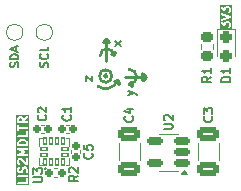
<source format=gbr>
%TF.GenerationSoftware,KiCad,Pcbnew,9.0.0*%
%TF.CreationDate,2025-05-22T16:29:36+04:00*%
%TF.ProjectId,02_05_sensor_magnetometer_LIS2MDLTR,30325f30-355f-4736-956e-736f725f6d61,rev?*%
%TF.SameCoordinates,Original*%
%TF.FileFunction,Legend,Top*%
%TF.FilePolarity,Positive*%
%FSLAX46Y46*%
G04 Gerber Fmt 4.6, Leading zero omitted, Abs format (unit mm)*
G04 Created by KiCad (PCBNEW 9.0.0) date 2025-05-22 16:29:36*
%MOMM*%
%LPD*%
G01*
G04 APERTURE LIST*
G04 Aperture macros list*
%AMRoundRect*
0 Rectangle with rounded corners*
0 $1 Rounding radius*
0 $2 $3 $4 $5 $6 $7 $8 $9 X,Y pos of 4 corners*
0 Add a 4 corners polygon primitive as box body*
4,1,4,$2,$3,$4,$5,$6,$7,$8,$9,$2,$3,0*
0 Add four circle primitives for the rounded corners*
1,1,$1+$1,$2,$3*
1,1,$1+$1,$4,$5*
1,1,$1+$1,$6,$7*
1,1,$1+$1,$8,$9*
0 Add four rect primitives between the rounded corners*
20,1,$1+$1,$2,$3,$4,$5,0*
20,1,$1+$1,$4,$5,$6,$7,0*
20,1,$1+$1,$6,$7,$8,$9,0*
20,1,$1+$1,$8,$9,$2,$3,0*%
G04 Aperture macros list end*
%ADD10C,0.150000*%
%ADD11C,0.254000*%
%ADD12C,0.190500*%
%ADD13C,0.175000*%
%ADD14C,0.120000*%
%ADD15C,0.100000*%
%ADD16C,0.059995*%
%ADD17C,0.150013*%
%ADD18C,0.000000*%
%ADD19RoundRect,0.101600X0.175000X0.725000X-0.175000X0.725000X-0.175000X-0.725000X0.175000X-0.725000X0*%
%ADD20C,0.657200*%
%ADD21RoundRect,0.225000X-0.300000X0.225000X-0.300000X-0.225000X0.300000X-0.225000X0.300000X0.225000X0*%
%ADD22RoundRect,0.165000X0.195000X-0.165000X0.195000X0.165000X-0.195000X0.165000X-0.195000X-0.165000X0*%
%ADD23RoundRect,0.243750X-0.281250X0.243750X-0.281250X-0.243750X0.281250X-0.243750X0.281250X0.243750X0*%
%ADD24RoundRect,0.160000X-0.160000X-0.210000X0.160000X-0.210000X0.160000X0.210000X-0.160000X0.210000X0*%
%ADD25C,1.100000*%
%ADD26RoundRect,0.175000X0.537500X0.175000X-0.537500X0.175000X-0.537500X-0.175000X0.537500X-0.175000X0*%
%ADD27RoundRect,0.165000X0.165000X0.195000X-0.165000X0.195000X-0.165000X-0.195000X0.165000X-0.195000X0*%
%ADD28RoundRect,0.271739X0.678261X-0.353261X0.678261X0.353261X-0.678261X0.353261X-0.678261X-0.353261X0*%
%ADD29RoundRect,0.165000X-0.165000X-0.195000X0.165000X-0.195000X0.165000X0.195000X-0.165000X0.195000X0*%
%ADD30RoundRect,0.050000X-0.140005X-0.250000X0.140005X-0.250000X0.140005X0.250000X-0.140005X0.250000X0*%
%ADD31RoundRect,0.050000X-0.250000X-0.140005X0.250000X-0.140005X0.250000X0.140005X-0.250000X0.140005X0*%
G04 APERTURE END LIST*
D10*
G36*
X158268811Y-94418004D02*
G01*
X157263255Y-94418004D01*
X157263255Y-93833333D01*
X157341033Y-93833333D01*
X157341033Y-94266667D01*
X157342474Y-94281299D01*
X157353673Y-94308335D01*
X157374365Y-94329027D01*
X157401401Y-94340226D01*
X157430665Y-94340226D01*
X157457701Y-94329027D01*
X157478393Y-94308335D01*
X157489592Y-94281299D01*
X157491033Y-94266667D01*
X157491033Y-93998615D01*
X157633312Y-94123110D01*
X157639636Y-94127631D01*
X157641032Y-94129027D01*
X157642355Y-94129575D01*
X157645273Y-94131661D01*
X157656810Y-94135562D01*
X157668068Y-94140226D01*
X157670599Y-94140226D01*
X157672994Y-94141036D01*
X157685147Y-94140226D01*
X157697332Y-94140226D01*
X157699668Y-94139258D01*
X157702192Y-94139090D01*
X157713117Y-94133687D01*
X157724368Y-94129027D01*
X157726154Y-94127240D01*
X157728424Y-94126118D01*
X157736449Y-94116945D01*
X157745060Y-94108335D01*
X157746028Y-94105998D01*
X157747694Y-94104094D01*
X157751595Y-94092556D01*
X157756259Y-94081299D01*
X157756610Y-94077728D01*
X157757069Y-94076373D01*
X157756937Y-94074405D01*
X157757700Y-94066667D01*
X157757700Y-93984371D01*
X157777671Y-93944427D01*
X157793793Y-93928305D01*
X157833738Y-93908333D01*
X157964994Y-93908333D01*
X158004940Y-93928306D01*
X158021061Y-93944427D01*
X158041033Y-93984371D01*
X158041033Y-94148962D01*
X158021061Y-94188906D01*
X157996333Y-94213634D01*
X157987006Y-94224999D01*
X157975807Y-94252036D01*
X157975807Y-94281298D01*
X157987006Y-94308335D01*
X158007698Y-94329027D01*
X158034735Y-94340226D01*
X158063997Y-94340226D01*
X158091034Y-94329027D01*
X158102399Y-94319700D01*
X158135733Y-94286366D01*
X158140451Y-94280616D01*
X158141950Y-94279317D01*
X158143371Y-94277057D01*
X158145060Y-94275001D01*
X158145817Y-94273173D01*
X158149782Y-94266874D01*
X158183115Y-94200208D01*
X158188370Y-94186476D01*
X158188560Y-94183788D01*
X158189592Y-94181299D01*
X158191033Y-94166667D01*
X158191033Y-93966667D01*
X158189592Y-93952035D01*
X158188560Y-93949545D01*
X158188370Y-93946858D01*
X158183115Y-93933127D01*
X158149782Y-93866459D01*
X158145817Y-93860161D01*
X158145060Y-93858332D01*
X158143369Y-93856272D01*
X158141950Y-93854017D01*
X158140453Y-93852719D01*
X158135732Y-93846966D01*
X158102398Y-93813633D01*
X158096646Y-93808912D01*
X158095350Y-93807418D01*
X158093095Y-93805998D01*
X158091033Y-93804306D01*
X158089202Y-93803548D01*
X158082908Y-93799585D01*
X158016242Y-93766251D01*
X158002510Y-93760996D01*
X157999820Y-93760804D01*
X157997332Y-93759774D01*
X157982700Y-93758333D01*
X157816033Y-93758333D01*
X157801401Y-93759774D01*
X157798912Y-93760804D01*
X157796223Y-93760996D01*
X157782491Y-93766251D01*
X157715825Y-93799585D01*
X157709528Y-93803548D01*
X157707698Y-93804307D01*
X157705636Y-93805998D01*
X157703382Y-93807418D01*
X157702085Y-93808913D01*
X157696333Y-93813634D01*
X157663000Y-93846967D01*
X157658281Y-93852716D01*
X157656783Y-93854016D01*
X157655361Y-93856275D01*
X157653673Y-93858332D01*
X157652915Y-93860159D01*
X157648951Y-93866459D01*
X157624248Y-93915864D01*
X157465421Y-93776890D01*
X157459096Y-93772368D01*
X157457701Y-93770973D01*
X157456377Y-93770424D01*
X157453460Y-93768339D01*
X157441922Y-93764437D01*
X157430665Y-93759774D01*
X157428134Y-93759774D01*
X157425739Y-93758964D01*
X157413586Y-93759774D01*
X157401401Y-93759774D01*
X157399064Y-93760741D01*
X157396541Y-93760910D01*
X157385615Y-93766312D01*
X157374365Y-93770973D01*
X157372578Y-93772759D01*
X157370309Y-93773882D01*
X157362283Y-93783054D01*
X157353673Y-93791665D01*
X157352704Y-93794001D01*
X157351039Y-93795906D01*
X157347137Y-93807443D01*
X157342474Y-93818701D01*
X157342122Y-93822271D01*
X157341664Y-93823627D01*
X157341795Y-93825594D01*
X157341033Y-93833333D01*
X157263255Y-93833333D01*
X157263255Y-93157286D01*
X157341622Y-93157286D01*
X157343697Y-93186476D01*
X157356783Y-93212649D01*
X157378890Y-93231823D01*
X157392316Y-93237817D01*
X157878863Y-93399999D01*
X157392316Y-93562182D01*
X157378890Y-93568176D01*
X157356783Y-93587350D01*
X157343697Y-93613523D01*
X157341622Y-93642713D01*
X157350876Y-93670476D01*
X157370050Y-93692583D01*
X157396223Y-93705669D01*
X157425413Y-93707744D01*
X157439750Y-93704484D01*
X158139750Y-93471151D01*
X158153176Y-93465157D01*
X158157224Y-93461645D01*
X158162016Y-93459250D01*
X158168178Y-93452145D01*
X158175283Y-93445983D01*
X158177679Y-93441190D01*
X158181190Y-93437143D01*
X158184163Y-93428223D01*
X158188370Y-93419810D01*
X158188750Y-93414461D01*
X158190444Y-93409380D01*
X158189777Y-93400007D01*
X158190445Y-93390620D01*
X158188748Y-93385531D01*
X158188369Y-93380190D01*
X158184165Y-93371782D01*
X158181190Y-93362857D01*
X158177678Y-93358808D01*
X158175283Y-93354017D01*
X158168180Y-93347857D01*
X158162017Y-93340750D01*
X158157222Y-93338352D01*
X158153176Y-93334843D01*
X158139750Y-93328849D01*
X157439750Y-93095515D01*
X157425413Y-93092255D01*
X157396223Y-93094330D01*
X157370050Y-93107416D01*
X157350876Y-93129523D01*
X157341622Y-93157286D01*
X157263255Y-93157286D01*
X157263255Y-92566666D01*
X157341033Y-92566666D01*
X157341033Y-93000000D01*
X157342474Y-93014632D01*
X157353673Y-93041668D01*
X157374365Y-93062360D01*
X157401401Y-93073559D01*
X157430665Y-93073559D01*
X157457701Y-93062360D01*
X157478393Y-93041668D01*
X157489592Y-93014632D01*
X157491033Y-93000000D01*
X157491033Y-92731948D01*
X157633312Y-92856443D01*
X157639636Y-92860964D01*
X157641032Y-92862360D01*
X157642355Y-92862908D01*
X157645273Y-92864994D01*
X157656810Y-92868895D01*
X157668068Y-92873559D01*
X157670599Y-92873559D01*
X157672994Y-92874369D01*
X157685147Y-92873559D01*
X157697332Y-92873559D01*
X157699668Y-92872591D01*
X157702192Y-92872423D01*
X157713117Y-92867020D01*
X157724368Y-92862360D01*
X157726154Y-92860573D01*
X157728424Y-92859451D01*
X157736449Y-92850278D01*
X157745060Y-92841668D01*
X157746028Y-92839331D01*
X157747694Y-92837427D01*
X157751595Y-92825889D01*
X157756259Y-92814632D01*
X157756610Y-92811061D01*
X157757069Y-92809706D01*
X157756937Y-92807738D01*
X157757700Y-92800000D01*
X157757700Y-92717704D01*
X157777671Y-92677760D01*
X157793793Y-92661638D01*
X157833738Y-92641666D01*
X157964994Y-92641666D01*
X158004940Y-92661639D01*
X158021061Y-92677760D01*
X158041033Y-92717704D01*
X158041033Y-92882295D01*
X158021061Y-92922239D01*
X157996333Y-92946967D01*
X157987006Y-92958332D01*
X157975807Y-92985369D01*
X157975807Y-93014631D01*
X157987006Y-93041668D01*
X158007698Y-93062360D01*
X158034735Y-93073559D01*
X158063997Y-93073559D01*
X158091034Y-93062360D01*
X158102399Y-93053033D01*
X158135733Y-93019699D01*
X158140451Y-93013949D01*
X158141950Y-93012650D01*
X158143371Y-93010390D01*
X158145060Y-93008334D01*
X158145817Y-93006506D01*
X158149782Y-93000207D01*
X158183115Y-92933541D01*
X158188370Y-92919809D01*
X158188560Y-92917121D01*
X158189592Y-92914632D01*
X158191033Y-92900000D01*
X158191033Y-92700000D01*
X158189592Y-92685368D01*
X158188560Y-92682878D01*
X158188370Y-92680191D01*
X158183115Y-92666460D01*
X158149782Y-92599792D01*
X158145817Y-92593494D01*
X158145060Y-92591665D01*
X158143369Y-92589605D01*
X158141950Y-92587350D01*
X158140453Y-92586052D01*
X158135732Y-92580299D01*
X158102398Y-92546966D01*
X158096646Y-92542245D01*
X158095350Y-92540751D01*
X158093095Y-92539331D01*
X158091033Y-92537639D01*
X158089202Y-92536881D01*
X158082908Y-92532918D01*
X158016242Y-92499584D01*
X158002510Y-92494329D01*
X157999820Y-92494137D01*
X157997332Y-92493107D01*
X157982700Y-92491666D01*
X157816033Y-92491666D01*
X157801401Y-92493107D01*
X157798912Y-92494137D01*
X157796223Y-92494329D01*
X157782491Y-92499584D01*
X157715825Y-92532918D01*
X157709528Y-92536881D01*
X157707698Y-92537640D01*
X157705636Y-92539331D01*
X157703382Y-92540751D01*
X157702085Y-92542246D01*
X157696333Y-92546967D01*
X157663000Y-92580300D01*
X157658281Y-92586049D01*
X157656783Y-92587349D01*
X157655361Y-92589608D01*
X157653673Y-92591665D01*
X157652915Y-92593492D01*
X157648951Y-92599792D01*
X157624248Y-92649197D01*
X157465421Y-92510223D01*
X157459096Y-92505701D01*
X157457701Y-92504306D01*
X157456377Y-92503757D01*
X157453460Y-92501672D01*
X157441922Y-92497770D01*
X157430665Y-92493107D01*
X157428134Y-92493107D01*
X157425739Y-92492297D01*
X157413586Y-92493107D01*
X157401401Y-92493107D01*
X157399064Y-92494074D01*
X157396541Y-92494243D01*
X157385615Y-92499645D01*
X157374365Y-92504306D01*
X157372578Y-92506092D01*
X157370309Y-92507215D01*
X157362283Y-92516387D01*
X157353673Y-92524998D01*
X157352704Y-92527334D01*
X157351039Y-92529239D01*
X157347137Y-92540776D01*
X157342474Y-92552034D01*
X157342122Y-92555604D01*
X157341664Y-92556960D01*
X157341795Y-92558927D01*
X157341033Y-92566666D01*
X157263255Y-92566666D01*
X157263255Y-92413888D01*
X158268811Y-92413888D01*
X158268811Y-94418004D01*
G37*
D11*
X149711200Y-98863625D02*
X149838200Y-99219225D01*
X147727000Y-98400000D02*
G75*
G02*
X147473000Y-98400000I-127000J0D01*
G01*
X147473000Y-98400000D02*
G75*
G02*
X147727000Y-98400000I127000J0D01*
G01*
X150981200Y-98457225D02*
X150727200Y-98711225D01*
X148282625Y-96660100D02*
X148028625Y-96533100D01*
X148565200Y-98854025D02*
G75*
G02*
X146952290Y-99260439I-976975J473525D01*
G01*
X148409625Y-96406100D02*
X148028625Y-96533100D01*
X150981200Y-98457225D02*
X150727200Y-98203225D01*
X148336600Y-98850850D02*
X148692200Y-99057225D01*
X148282625Y-96660100D02*
X148409625Y-96406100D01*
X147647625Y-95263100D02*
X147901625Y-95517100D01*
X147647625Y-95263100D02*
X147647625Y-97168100D01*
X147139625Y-96660100D02*
G75*
G02*
X148282625Y-96660100I571500J-16D01*
G01*
X148644575Y-98723850D02*
X148336600Y-98850850D01*
X147901625Y-95517100D02*
X147393625Y-95517100D01*
X148133400Y-98400000D02*
G75*
G02*
X147066600Y-98400000I-533400J0D01*
G01*
X147066600Y-98400000D02*
G75*
G02*
X148133400Y-98400000I533400J0D01*
G01*
X148644575Y-98723850D02*
X148692200Y-99057225D01*
X149584200Y-97822225D02*
G75*
G02*
X149584200Y-99092175I25J-634975D01*
G01*
X149584200Y-99092225D02*
X149838200Y-99219225D01*
X149584200Y-99092225D02*
X149711200Y-98863625D01*
X147647625Y-95263100D02*
X147393625Y-95517100D01*
X150981200Y-98457225D02*
X149203200Y-98457225D01*
X150701800Y-98177825D02*
X150701800Y-98736625D01*
D12*
X149451055Y-100017611D02*
X149984389Y-99827135D01*
X149451055Y-99636658D02*
X149984389Y-99827135D01*
X149984389Y-99827135D02*
X150174865Y-99903325D01*
X150174865Y-99903325D02*
X150212960Y-99941420D01*
X150212960Y-99941420D02*
X150251055Y-100017611D01*
D13*
G36*
X140728751Y-103925414D02*
G01*
X140778890Y-103950483D01*
X140825671Y-103997264D01*
X140850364Y-104071341D01*
X140850364Y-104148213D01*
X140275364Y-104148213D01*
X140275364Y-104071341D01*
X140300055Y-103997265D01*
X140346840Y-103950481D01*
X140396971Y-103925415D01*
X140520062Y-103894642D01*
X140605661Y-103894642D01*
X140728751Y-103925414D01*
G37*
G36*
X140457459Y-101986195D02*
G01*
X140473094Y-102001829D01*
X140493221Y-102042083D01*
X140493221Y-102219641D01*
X140275364Y-102219641D01*
X140275364Y-102042083D01*
X140295491Y-102001828D01*
X140311122Y-101986197D01*
X140351378Y-101966070D01*
X140417209Y-101966070D01*
X140457459Y-101986195D01*
G37*
G36*
X141112864Y-107660714D02*
G01*
X140012864Y-107660714D01*
X140012864Y-107468644D01*
X140102045Y-107468644D01*
X140102045Y-107502784D01*
X140115110Y-107534326D01*
X140139252Y-107558468D01*
X140170794Y-107571533D01*
X140187864Y-107573214D01*
X140937864Y-107573214D01*
X140954934Y-107571533D01*
X140986476Y-107558468D01*
X141010618Y-107534326D01*
X141023683Y-107502784D01*
X141025364Y-107485714D01*
X141025364Y-107128571D01*
X141023683Y-107111501D01*
X141010618Y-107079959D01*
X140986476Y-107055817D01*
X140954934Y-107042752D01*
X140920794Y-107042752D01*
X140889252Y-107055817D01*
X140865110Y-107079959D01*
X140852045Y-107111501D01*
X140850364Y-107128571D01*
X140850364Y-107398214D01*
X140187864Y-107398214D01*
X140170794Y-107399895D01*
X140139252Y-107412960D01*
X140115110Y-107437102D01*
X140102045Y-107468644D01*
X140012864Y-107468644D01*
X140012864Y-106861501D01*
X140102045Y-106861501D01*
X140102045Y-106895641D01*
X140115110Y-106927183D01*
X140139252Y-106951325D01*
X140170794Y-106964390D01*
X140187864Y-106966071D01*
X140937864Y-106966071D01*
X140954934Y-106964390D01*
X140986476Y-106951325D01*
X141010618Y-106927183D01*
X141023683Y-106895641D01*
X141023683Y-106861501D01*
X141010618Y-106829959D01*
X140986476Y-106805817D01*
X140954934Y-106792752D01*
X140937864Y-106791071D01*
X140187864Y-106791071D01*
X140170794Y-106792752D01*
X140139252Y-106805817D01*
X140115110Y-106829959D01*
X140102045Y-106861501D01*
X140012864Y-106861501D01*
X140012864Y-106235714D01*
X140100364Y-106235714D01*
X140100364Y-106414285D01*
X140102045Y-106431355D01*
X140103248Y-106434259D01*
X140103471Y-106437396D01*
X140109601Y-106453416D01*
X140145315Y-106524845D01*
X140149938Y-106532190D01*
X140150824Y-106534327D01*
X140152798Y-106536732D01*
X140154453Y-106539361D01*
X140156196Y-106540873D01*
X140161706Y-106547586D01*
X140197420Y-106583300D01*
X140204130Y-106588807D01*
X140205645Y-106590553D01*
X140208277Y-106592210D01*
X140210679Y-106594181D01*
X140212811Y-106595064D01*
X140220161Y-106599691D01*
X140291590Y-106635405D01*
X140307610Y-106641535D01*
X140310746Y-106641757D01*
X140313651Y-106642961D01*
X140330721Y-106644642D01*
X140402150Y-106644642D01*
X140419220Y-106642961D01*
X140422124Y-106641757D01*
X140425262Y-106641535D01*
X140441281Y-106635404D01*
X140512709Y-106599690D01*
X140520052Y-106595067D01*
X140522191Y-106594182D01*
X140524597Y-106592206D01*
X140527225Y-106590553D01*
X140528737Y-106588809D01*
X140535450Y-106583300D01*
X140571164Y-106547586D01*
X140576668Y-106540878D01*
X140578417Y-106539362D01*
X140580076Y-106536726D01*
X140582045Y-106534327D01*
X140582928Y-106532195D01*
X140587554Y-106524846D01*
X140623269Y-106453417D01*
X140623747Y-106452167D01*
X140624124Y-106451659D01*
X140626685Y-106444490D01*
X140629400Y-106437397D01*
X140629444Y-106436767D01*
X140629895Y-106435507D01*
X140663280Y-106301964D01*
X140688346Y-106251833D01*
X140703983Y-106236196D01*
X140744233Y-106216071D01*
X140774352Y-106216071D01*
X140814602Y-106236196D01*
X140830239Y-106251833D01*
X140850364Y-106292083D01*
X140850364Y-106435800D01*
X140819140Y-106529472D01*
X140815337Y-106546198D01*
X140817757Y-106580253D01*
X140833026Y-106610790D01*
X140858818Y-106633159D01*
X140891206Y-106643955D01*
X140925261Y-106641535D01*
X140955798Y-106626266D01*
X140978167Y-106600474D01*
X140985160Y-106584812D01*
X141020874Y-106477670D01*
X141022798Y-106469204D01*
X141023683Y-106467070D01*
X141023987Y-106463975D01*
X141024677Y-106460944D01*
X141024513Y-106458639D01*
X141025364Y-106450000D01*
X141025364Y-106271428D01*
X141023683Y-106254358D01*
X141022479Y-106251453D01*
X141022257Y-106248317D01*
X141016126Y-106232297D01*
X140980412Y-106160869D01*
X140975789Y-106153525D01*
X140974904Y-106151387D01*
X140972928Y-106148980D01*
X140971275Y-106146353D01*
X140969531Y-106144840D01*
X140964022Y-106138128D01*
X140928307Y-106102413D01*
X140921594Y-106096903D01*
X140920082Y-106095160D01*
X140917454Y-106093506D01*
X140915048Y-106091531D01*
X140912909Y-106090645D01*
X140905566Y-106086023D01*
X140834138Y-106050309D01*
X140818119Y-106044178D01*
X140814981Y-106043955D01*
X140812077Y-106042752D01*
X140795007Y-106041071D01*
X140723578Y-106041071D01*
X140706508Y-106042752D01*
X140703603Y-106043955D01*
X140700467Y-106044178D01*
X140684447Y-106050309D01*
X140613019Y-106086023D01*
X140605675Y-106090645D01*
X140603537Y-106091531D01*
X140601130Y-106093506D01*
X140598503Y-106095160D01*
X140596990Y-106096903D01*
X140590278Y-106102413D01*
X140554563Y-106138128D01*
X140549053Y-106144840D01*
X140547310Y-106146353D01*
X140545656Y-106148980D01*
X140543681Y-106151387D01*
X140542795Y-106153525D01*
X140538173Y-106160869D01*
X140502459Y-106232297D01*
X140501982Y-106233542D01*
X140501604Y-106234053D01*
X140499043Y-106241219D01*
X140496328Y-106248316D01*
X140496283Y-106248948D01*
X140495834Y-106250206D01*
X140462447Y-106383748D01*
X140437380Y-106433881D01*
X140421745Y-106449517D01*
X140381495Y-106469642D01*
X140351378Y-106469642D01*
X140311122Y-106449514D01*
X140295491Y-106433883D01*
X140275364Y-106393628D01*
X140275364Y-106249913D01*
X140306588Y-106156240D01*
X140310391Y-106139515D01*
X140307971Y-106105460D01*
X140292702Y-106074922D01*
X140266910Y-106052553D01*
X140234522Y-106041757D01*
X140200467Y-106044178D01*
X140169930Y-106059446D01*
X140147561Y-106085238D01*
X140140568Y-106100901D01*
X140104854Y-106208044D01*
X140102929Y-106216509D01*
X140102045Y-106218644D01*
X140101740Y-106221738D01*
X140101051Y-106224770D01*
X140101214Y-106227074D01*
X140100364Y-106235714D01*
X140012864Y-106235714D01*
X140012864Y-105557142D01*
X140100364Y-105557142D01*
X140100364Y-105735714D01*
X140102045Y-105752784D01*
X140103248Y-105755688D01*
X140103471Y-105758826D01*
X140109602Y-105774845D01*
X140145316Y-105846273D01*
X140149938Y-105853616D01*
X140150824Y-105855755D01*
X140152799Y-105858161D01*
X140154453Y-105860789D01*
X140156196Y-105862301D01*
X140161706Y-105869014D01*
X140197420Y-105904728D01*
X140210679Y-105915609D01*
X140242221Y-105928675D01*
X140276363Y-105928675D01*
X140307905Y-105915609D01*
X140332045Y-105891469D01*
X140345111Y-105859927D01*
X140345111Y-105825785D01*
X140332045Y-105794243D01*
X140321164Y-105780984D01*
X140295489Y-105755309D01*
X140275364Y-105715059D01*
X140275364Y-105577797D01*
X140295489Y-105537546D01*
X140311123Y-105521911D01*
X140351378Y-105501785D01*
X140387950Y-105501785D01*
X140462026Y-105526477D01*
X140875992Y-105940443D01*
X140889251Y-105951324D01*
X140889252Y-105951325D01*
X140920794Y-105964390D01*
X140954934Y-105964390D01*
X140986476Y-105951325D01*
X141010618Y-105927183D01*
X141023683Y-105895641D01*
X141025364Y-105878571D01*
X141025364Y-105414285D01*
X141023683Y-105397215D01*
X141010618Y-105365673D01*
X140986476Y-105341531D01*
X140954934Y-105328466D01*
X140920794Y-105328466D01*
X140889252Y-105341531D01*
X140865110Y-105365673D01*
X140852045Y-105397215D01*
X140850364Y-105414285D01*
X140850364Y-105667327D01*
X140571164Y-105388127D01*
X140557905Y-105377245D01*
X140554999Y-105376041D01*
X140552625Y-105373982D01*
X140536962Y-105366989D01*
X140429820Y-105331275D01*
X140421354Y-105329350D01*
X140419220Y-105328466D01*
X140416125Y-105328161D01*
X140413094Y-105327472D01*
X140410789Y-105327635D01*
X140402150Y-105326785D01*
X140330721Y-105326785D01*
X140313651Y-105328466D01*
X140310746Y-105329669D01*
X140307610Y-105329892D01*
X140291590Y-105336022D01*
X140220161Y-105371736D01*
X140212813Y-105376361D01*
X140210678Y-105377246D01*
X140208274Y-105379218D01*
X140205645Y-105380874D01*
X140204131Y-105382618D01*
X140197419Y-105388128D01*
X140161705Y-105423843D01*
X140156198Y-105430553D01*
X140154453Y-105432067D01*
X140152797Y-105434697D01*
X140150824Y-105437102D01*
X140149939Y-105439238D01*
X140145316Y-105446583D01*
X140109602Y-105518011D01*
X140103471Y-105534030D01*
X140103248Y-105537167D01*
X140102045Y-105540072D01*
X140100364Y-105557142D01*
X140012864Y-105557142D01*
X140012864Y-104606141D01*
X140101378Y-104606141D01*
X140102045Y-104607975D01*
X140102045Y-104609926D01*
X140107856Y-104623956D01*
X140113046Y-104638227D01*
X140114363Y-104639665D01*
X140115110Y-104641468D01*
X140125847Y-104652205D01*
X140136104Y-104663405D01*
X140138417Y-104664775D01*
X140139252Y-104665610D01*
X140141162Y-104666401D01*
X140150862Y-104672147D01*
X140516666Y-104842856D01*
X140150862Y-105013565D01*
X140141162Y-105019310D01*
X140139252Y-105020102D01*
X140138417Y-105020936D01*
X140136104Y-105022307D01*
X140125847Y-105033506D01*
X140115110Y-105044244D01*
X140114363Y-105046046D01*
X140113046Y-105047485D01*
X140107856Y-105061755D01*
X140102045Y-105075786D01*
X140102045Y-105077736D01*
X140101378Y-105079571D01*
X140102045Y-105094737D01*
X140102045Y-105109926D01*
X140102792Y-105111730D01*
X140102878Y-105113679D01*
X140109297Y-105127435D01*
X140115110Y-105141468D01*
X140116489Y-105142847D01*
X140117315Y-105144616D01*
X140128514Y-105154872D01*
X140139252Y-105165610D01*
X140141054Y-105166356D01*
X140142493Y-105167674D01*
X140156763Y-105172863D01*
X140170794Y-105178675D01*
X140173469Y-105178938D01*
X140174579Y-105179342D01*
X140176644Y-105179251D01*
X140187864Y-105180356D01*
X140937864Y-105180356D01*
X140954934Y-105178675D01*
X140986476Y-105165610D01*
X141010618Y-105141468D01*
X141023683Y-105109926D01*
X141023683Y-105075786D01*
X141010618Y-105044244D01*
X140986476Y-105020102D01*
X140954934Y-105007037D01*
X140937864Y-105005356D01*
X140582275Y-105005356D01*
X140760580Y-104922147D01*
X140766830Y-104918444D01*
X140768949Y-104917674D01*
X140770446Y-104916302D01*
X140775338Y-104913405D01*
X140784319Y-104903597D01*
X140794127Y-104894616D01*
X140795770Y-104891093D01*
X140798396Y-104888227D01*
X140802939Y-104875731D01*
X140808564Y-104863679D01*
X140808734Y-104859793D01*
X140810063Y-104856141D01*
X140809479Y-104842856D01*
X140810063Y-104829571D01*
X140808734Y-104825918D01*
X140808564Y-104822033D01*
X140802939Y-104809980D01*
X140798396Y-104797485D01*
X140795770Y-104794618D01*
X140794127Y-104791096D01*
X140784319Y-104782114D01*
X140775338Y-104772307D01*
X140770446Y-104769409D01*
X140768949Y-104768038D01*
X140766830Y-104767267D01*
X140760580Y-104763565D01*
X140582275Y-104680356D01*
X140937864Y-104680356D01*
X140954934Y-104678675D01*
X140986476Y-104665610D01*
X141010618Y-104641468D01*
X141023683Y-104609926D01*
X141023683Y-104575786D01*
X141010618Y-104544244D01*
X140986476Y-104520102D01*
X140954934Y-104507037D01*
X140937864Y-104505356D01*
X140187864Y-104505356D01*
X140176644Y-104506460D01*
X140174579Y-104506370D01*
X140173469Y-104506773D01*
X140170794Y-104507037D01*
X140156763Y-104512848D01*
X140142493Y-104518038D01*
X140141054Y-104519355D01*
X140139252Y-104520102D01*
X140128514Y-104530839D01*
X140117315Y-104541096D01*
X140116489Y-104542864D01*
X140115110Y-104544244D01*
X140109297Y-104558276D01*
X140102878Y-104572033D01*
X140102792Y-104573981D01*
X140102045Y-104575786D01*
X140102045Y-104590974D01*
X140101378Y-104606141D01*
X140012864Y-104606141D01*
X140012864Y-104057142D01*
X140100364Y-104057142D01*
X140100364Y-104235713D01*
X140102045Y-104252783D01*
X140115110Y-104284325D01*
X140139252Y-104308467D01*
X140170794Y-104321532D01*
X140187864Y-104323213D01*
X140937864Y-104323213D01*
X140954934Y-104321532D01*
X140986476Y-104308467D01*
X141010618Y-104284325D01*
X141023683Y-104252783D01*
X141025364Y-104235713D01*
X141025364Y-104057142D01*
X141024513Y-104048502D01*
X141024677Y-104046198D01*
X141023987Y-104043166D01*
X141023683Y-104040072D01*
X141022798Y-104037936D01*
X141020874Y-104029473D01*
X140985160Y-103922329D01*
X140978167Y-103906667D01*
X140976108Y-103904293D01*
X140974904Y-103901386D01*
X140964022Y-103888127D01*
X140892593Y-103816698D01*
X140885880Y-103811188D01*
X140884368Y-103809445D01*
X140881739Y-103807790D01*
X140879334Y-103805816D01*
X140877197Y-103804930D01*
X140869852Y-103800307D01*
X140798423Y-103764593D01*
X140797175Y-103764115D01*
X140796667Y-103763739D01*
X140789509Y-103761182D01*
X140782403Y-103758463D01*
X140781771Y-103758418D01*
X140780514Y-103757969D01*
X140637657Y-103722254D01*
X140634695Y-103721816D01*
X140633505Y-103721323D01*
X140627085Y-103720690D01*
X140620689Y-103719745D01*
X140619411Y-103719935D01*
X140616435Y-103719642D01*
X140509292Y-103719642D01*
X140506316Y-103719935D01*
X140505039Y-103719745D01*
X140498644Y-103720690D01*
X140492222Y-103721323D01*
X140491031Y-103721816D01*
X140488071Y-103722254D01*
X140345213Y-103757968D01*
X140343952Y-103758418D01*
X140343324Y-103758463D01*
X140336244Y-103761172D01*
X140329061Y-103763739D01*
X140328551Y-103764116D01*
X140327304Y-103764594D01*
X140255876Y-103800308D01*
X140248532Y-103804930D01*
X140246394Y-103805816D01*
X140243987Y-103807791D01*
X140241360Y-103809445D01*
X140239847Y-103811188D01*
X140233135Y-103816698D01*
X140161706Y-103888127D01*
X140150824Y-103901386D01*
X140149620Y-103904291D01*
X140147561Y-103906666D01*
X140140568Y-103922329D01*
X140104854Y-104029472D01*
X140102929Y-104037937D01*
X140102045Y-104040072D01*
X140101740Y-104043166D01*
X140101051Y-104046198D01*
X140101214Y-104048502D01*
X140100364Y-104057142D01*
X140012864Y-104057142D01*
X140012864Y-103468643D01*
X140102045Y-103468643D01*
X140102045Y-103502783D01*
X140115110Y-103534325D01*
X140139252Y-103558467D01*
X140170794Y-103571532D01*
X140187864Y-103573213D01*
X140937864Y-103573213D01*
X140954934Y-103571532D01*
X140986476Y-103558467D01*
X141010618Y-103534325D01*
X141023683Y-103502783D01*
X141025364Y-103485713D01*
X141025364Y-103128570D01*
X141023683Y-103111500D01*
X141010618Y-103079958D01*
X140986476Y-103055816D01*
X140954934Y-103042751D01*
X140920794Y-103042751D01*
X140889252Y-103055816D01*
X140865110Y-103079958D01*
X140852045Y-103111500D01*
X140850364Y-103128570D01*
X140850364Y-103398213D01*
X140187864Y-103398213D01*
X140170794Y-103399894D01*
X140139252Y-103412959D01*
X140115110Y-103437101D01*
X140102045Y-103468643D01*
X140012864Y-103468643D01*
X140012864Y-102557142D01*
X140100364Y-102557142D01*
X140100364Y-102985713D01*
X140102045Y-103002783D01*
X140115110Y-103034325D01*
X140139252Y-103058467D01*
X140170794Y-103071532D01*
X140204934Y-103071532D01*
X140236476Y-103058467D01*
X140260618Y-103034325D01*
X140273683Y-103002783D01*
X140275364Y-102985713D01*
X140275364Y-102858927D01*
X140937864Y-102858927D01*
X140954934Y-102857246D01*
X140986476Y-102844181D01*
X141010618Y-102820039D01*
X141023683Y-102788497D01*
X141023683Y-102754357D01*
X141010618Y-102722815D01*
X140986476Y-102698673D01*
X140954934Y-102685608D01*
X140937864Y-102683927D01*
X140275364Y-102683927D01*
X140275364Y-102557142D01*
X140273683Y-102540072D01*
X140260618Y-102508530D01*
X140236476Y-102484388D01*
X140204934Y-102471323D01*
X140170794Y-102471323D01*
X140139252Y-102484388D01*
X140115110Y-102508530D01*
X140102045Y-102540072D01*
X140100364Y-102557142D01*
X140012864Y-102557142D01*
X140012864Y-102021427D01*
X140100364Y-102021427D01*
X140100364Y-102307141D01*
X140102045Y-102324211D01*
X140115110Y-102355753D01*
X140139252Y-102379895D01*
X140170794Y-102392960D01*
X140187864Y-102394641D01*
X140937864Y-102394641D01*
X140954934Y-102392960D01*
X140986476Y-102379895D01*
X141010618Y-102355753D01*
X141023683Y-102324211D01*
X141023683Y-102290071D01*
X141010618Y-102258529D01*
X140986476Y-102234387D01*
X140954934Y-102221322D01*
X140937864Y-102219641D01*
X140668221Y-102219641D01*
X140668221Y-102174127D01*
X140988042Y-101950253D01*
X141001063Y-101939086D01*
X141019411Y-101910295D01*
X141025344Y-101876673D01*
X141017959Y-101843340D01*
X140998381Y-101815371D01*
X140969590Y-101797024D01*
X140935967Y-101791090D01*
X140902635Y-101798475D01*
X140887686Y-101806887D01*
X140653310Y-101970949D01*
X140623270Y-101910867D01*
X140618644Y-101903519D01*
X140617760Y-101901384D01*
X140615787Y-101898980D01*
X140614132Y-101896351D01*
X140612387Y-101894837D01*
X140606878Y-101888125D01*
X140571163Y-101852411D01*
X140564452Y-101846904D01*
X140562939Y-101845159D01*
X140560308Y-101843503D01*
X140557904Y-101841530D01*
X140555767Y-101840645D01*
X140548423Y-101836022D01*
X140476995Y-101800308D01*
X140460976Y-101794177D01*
X140457838Y-101793954D01*
X140454934Y-101792751D01*
X140437864Y-101791070D01*
X140330721Y-101791070D01*
X140313651Y-101792751D01*
X140310746Y-101793954D01*
X140307610Y-101794177D01*
X140291590Y-101800307D01*
X140220161Y-101836021D01*
X140212811Y-101840647D01*
X140210679Y-101841531D01*
X140208277Y-101843501D01*
X140205645Y-101845159D01*
X140204130Y-101846904D01*
X140197420Y-101852412D01*
X140161706Y-101888126D01*
X140156196Y-101894838D01*
X140154453Y-101896351D01*
X140152798Y-101898979D01*
X140150824Y-101901385D01*
X140149938Y-101903521D01*
X140145315Y-101910867D01*
X140109601Y-101982296D01*
X140103471Y-101998316D01*
X140103248Y-102001452D01*
X140102045Y-102004357D01*
X140100364Y-102021427D01*
X140012864Y-102021427D01*
X140012864Y-101703570D01*
X141112864Y-101703570D01*
X141112864Y-107660714D01*
G37*
D12*
X145951055Y-98817611D02*
X145951055Y-98398563D01*
X145951055Y-98398563D02*
X146484389Y-98817611D01*
X146484389Y-98817611D02*
X146484389Y-98398563D01*
X148892189Y-95860386D02*
X148358855Y-95441338D01*
X148358855Y-95860386D02*
X148892189Y-95441338D01*
D13*
X156537864Y-98450000D02*
X156180721Y-98700000D01*
X156537864Y-98878571D02*
X155787864Y-98878571D01*
X155787864Y-98878571D02*
X155787864Y-98592857D01*
X155787864Y-98592857D02*
X155823578Y-98521428D01*
X155823578Y-98521428D02*
X155859292Y-98485714D01*
X155859292Y-98485714D02*
X155930721Y-98450000D01*
X155930721Y-98450000D02*
X156037864Y-98450000D01*
X156037864Y-98450000D02*
X156109292Y-98485714D01*
X156109292Y-98485714D02*
X156145007Y-98521428D01*
X156145007Y-98521428D02*
X156180721Y-98592857D01*
X156180721Y-98592857D02*
X156180721Y-98878571D01*
X156537864Y-97735714D02*
X156537864Y-98164285D01*
X156537864Y-97950000D02*
X155787864Y-97950000D01*
X155787864Y-97950000D02*
X155895007Y-98021428D01*
X155895007Y-98021428D02*
X155966435Y-98092857D01*
X155966435Y-98092857D02*
X156002150Y-98164285D01*
X146416499Y-104929093D02*
X146452214Y-104964807D01*
X146452214Y-104964807D02*
X146487928Y-105071950D01*
X146487928Y-105071950D02*
X146487928Y-105143378D01*
X146487928Y-105143378D02*
X146452214Y-105250521D01*
X146452214Y-105250521D02*
X146380785Y-105321950D01*
X146380785Y-105321950D02*
X146309356Y-105357664D01*
X146309356Y-105357664D02*
X146166499Y-105393378D01*
X146166499Y-105393378D02*
X146059356Y-105393378D01*
X146059356Y-105393378D02*
X145916499Y-105357664D01*
X145916499Y-105357664D02*
X145845071Y-105321950D01*
X145845071Y-105321950D02*
X145773642Y-105250521D01*
X145773642Y-105250521D02*
X145737928Y-105143378D01*
X145737928Y-105143378D02*
X145737928Y-105071950D01*
X145737928Y-105071950D02*
X145773642Y-104964807D01*
X145773642Y-104964807D02*
X145809356Y-104929093D01*
X145737928Y-104250521D02*
X145737928Y-104607664D01*
X145737928Y-104607664D02*
X146095071Y-104643378D01*
X146095071Y-104643378D02*
X146059356Y-104607664D01*
X146059356Y-104607664D02*
X146023642Y-104536236D01*
X146023642Y-104536236D02*
X146023642Y-104357664D01*
X146023642Y-104357664D02*
X146059356Y-104286236D01*
X146059356Y-104286236D02*
X146095071Y-104250521D01*
X146095071Y-104250521D02*
X146166499Y-104214807D01*
X146166499Y-104214807D02*
X146345071Y-104214807D01*
X146345071Y-104214807D02*
X146416499Y-104250521D01*
X146416499Y-104250521D02*
X146452214Y-104286236D01*
X146452214Y-104286236D02*
X146487928Y-104357664D01*
X146487928Y-104357664D02*
X146487928Y-104536236D01*
X146487928Y-104536236D02*
X146452214Y-104607664D01*
X146452214Y-104607664D02*
X146416499Y-104643378D01*
X158137864Y-98878571D02*
X157387864Y-98878571D01*
X157387864Y-98878571D02*
X157387864Y-98700000D01*
X157387864Y-98700000D02*
X157423578Y-98592857D01*
X157423578Y-98592857D02*
X157495007Y-98521428D01*
X157495007Y-98521428D02*
X157566435Y-98485714D01*
X157566435Y-98485714D02*
X157709292Y-98450000D01*
X157709292Y-98450000D02*
X157816435Y-98450000D01*
X157816435Y-98450000D02*
X157959292Y-98485714D01*
X157959292Y-98485714D02*
X158030721Y-98521428D01*
X158030721Y-98521428D02*
X158102150Y-98592857D01*
X158102150Y-98592857D02*
X158137864Y-98700000D01*
X158137864Y-98700000D02*
X158137864Y-98878571D01*
X158137864Y-97735714D02*
X158137864Y-98164285D01*
X158137864Y-97950000D02*
X157387864Y-97950000D01*
X157387864Y-97950000D02*
X157495007Y-98021428D01*
X157495007Y-98021428D02*
X157566435Y-98092857D01*
X157566435Y-98092857D02*
X157602150Y-98164285D01*
X145237864Y-106825000D02*
X144880721Y-107075000D01*
X145237864Y-107253571D02*
X144487864Y-107253571D01*
X144487864Y-107253571D02*
X144487864Y-106967857D01*
X144487864Y-106967857D02*
X144523578Y-106896428D01*
X144523578Y-106896428D02*
X144559292Y-106860714D01*
X144559292Y-106860714D02*
X144630721Y-106825000D01*
X144630721Y-106825000D02*
X144737864Y-106825000D01*
X144737864Y-106825000D02*
X144809292Y-106860714D01*
X144809292Y-106860714D02*
X144845007Y-106896428D01*
X144845007Y-106896428D02*
X144880721Y-106967857D01*
X144880721Y-106967857D02*
X144880721Y-107253571D01*
X144559292Y-106539285D02*
X144523578Y-106503571D01*
X144523578Y-106503571D02*
X144487864Y-106432143D01*
X144487864Y-106432143D02*
X144487864Y-106253571D01*
X144487864Y-106253571D02*
X144523578Y-106182143D01*
X144523578Y-106182143D02*
X144559292Y-106146428D01*
X144559292Y-106146428D02*
X144630721Y-106110714D01*
X144630721Y-106110714D02*
X144702150Y-106110714D01*
X144702150Y-106110714D02*
X144809292Y-106146428D01*
X144809292Y-106146428D02*
X145237864Y-106575000D01*
X145237864Y-106575000D02*
X145237864Y-106110714D01*
D10*
X140182700Y-97649999D02*
X140216033Y-97549999D01*
X140216033Y-97549999D02*
X140216033Y-97383333D01*
X140216033Y-97383333D02*
X140182700Y-97316666D01*
X140182700Y-97316666D02*
X140149366Y-97283333D01*
X140149366Y-97283333D02*
X140082700Y-97249999D01*
X140082700Y-97249999D02*
X140016033Y-97249999D01*
X140016033Y-97249999D02*
X139949366Y-97283333D01*
X139949366Y-97283333D02*
X139916033Y-97316666D01*
X139916033Y-97316666D02*
X139882700Y-97383333D01*
X139882700Y-97383333D02*
X139849366Y-97516666D01*
X139849366Y-97516666D02*
X139816033Y-97583333D01*
X139816033Y-97583333D02*
X139782700Y-97616666D01*
X139782700Y-97616666D02*
X139716033Y-97649999D01*
X139716033Y-97649999D02*
X139649366Y-97649999D01*
X139649366Y-97649999D02*
X139582700Y-97616666D01*
X139582700Y-97616666D02*
X139549366Y-97583333D01*
X139549366Y-97583333D02*
X139516033Y-97516666D01*
X139516033Y-97516666D02*
X139516033Y-97349999D01*
X139516033Y-97349999D02*
X139549366Y-97249999D01*
X140216033Y-96949999D02*
X139516033Y-96949999D01*
X139516033Y-96949999D02*
X139516033Y-96783332D01*
X139516033Y-96783332D02*
X139549366Y-96683332D01*
X139549366Y-96683332D02*
X139616033Y-96616666D01*
X139616033Y-96616666D02*
X139682700Y-96583332D01*
X139682700Y-96583332D02*
X139816033Y-96549999D01*
X139816033Y-96549999D02*
X139916033Y-96549999D01*
X139916033Y-96549999D02*
X140049366Y-96583332D01*
X140049366Y-96583332D02*
X140116033Y-96616666D01*
X140116033Y-96616666D02*
X140182700Y-96683332D01*
X140182700Y-96683332D02*
X140216033Y-96783332D01*
X140216033Y-96783332D02*
X140216033Y-96949999D01*
X140016033Y-96283332D02*
X140016033Y-95949999D01*
X140216033Y-96349999D02*
X139516033Y-96116666D01*
X139516033Y-96116666D02*
X140216033Y-95883332D01*
D13*
X152525364Y-102871428D02*
X153132507Y-102871428D01*
X153132507Y-102871428D02*
X153203935Y-102835714D01*
X153203935Y-102835714D02*
X153239650Y-102800000D01*
X153239650Y-102800000D02*
X153275364Y-102728571D01*
X153275364Y-102728571D02*
X153275364Y-102585714D01*
X153275364Y-102585714D02*
X153239650Y-102514285D01*
X153239650Y-102514285D02*
X153203935Y-102478571D01*
X153203935Y-102478571D02*
X153132507Y-102442857D01*
X153132507Y-102442857D02*
X152525364Y-102442857D01*
X152596792Y-102121428D02*
X152561078Y-102085714D01*
X152561078Y-102085714D02*
X152525364Y-102014286D01*
X152525364Y-102014286D02*
X152525364Y-101835714D01*
X152525364Y-101835714D02*
X152561078Y-101764286D01*
X152561078Y-101764286D02*
X152596792Y-101728571D01*
X152596792Y-101728571D02*
X152668221Y-101692857D01*
X152668221Y-101692857D02*
X152739650Y-101692857D01*
X152739650Y-101692857D02*
X152846792Y-101728571D01*
X152846792Y-101728571D02*
X153275364Y-102157143D01*
X153275364Y-102157143D02*
X153275364Y-101692857D01*
X142498130Y-101720759D02*
X142531464Y-101754092D01*
X142531464Y-101754092D02*
X142564797Y-101854092D01*
X142564797Y-101854092D02*
X142564797Y-101920759D01*
X142564797Y-101920759D02*
X142531464Y-102020759D01*
X142531464Y-102020759D02*
X142464797Y-102087426D01*
X142464797Y-102087426D02*
X142398130Y-102120759D01*
X142398130Y-102120759D02*
X142264797Y-102154092D01*
X142264797Y-102154092D02*
X142164797Y-102154092D01*
X142164797Y-102154092D02*
X142031464Y-102120759D01*
X142031464Y-102120759D02*
X141964797Y-102087426D01*
X141964797Y-102087426D02*
X141898130Y-102020759D01*
X141898130Y-102020759D02*
X141864797Y-101920759D01*
X141864797Y-101920759D02*
X141864797Y-101854092D01*
X141864797Y-101854092D02*
X141898130Y-101754092D01*
X141898130Y-101754092D02*
X141931464Y-101720759D01*
X141931464Y-101454092D02*
X141898130Y-101420759D01*
X141898130Y-101420759D02*
X141864797Y-101354092D01*
X141864797Y-101354092D02*
X141864797Y-101187426D01*
X141864797Y-101187426D02*
X141898130Y-101120759D01*
X141898130Y-101120759D02*
X141931464Y-101087426D01*
X141931464Y-101087426D02*
X141998130Y-101054092D01*
X141998130Y-101054092D02*
X142064797Y-101054092D01*
X142064797Y-101054092D02*
X142164797Y-101087426D01*
X142164797Y-101087426D02*
X142564797Y-101487426D01*
X142564797Y-101487426D02*
X142564797Y-101054092D01*
X156566435Y-101825000D02*
X156602150Y-101860714D01*
X156602150Y-101860714D02*
X156637864Y-101967857D01*
X156637864Y-101967857D02*
X156637864Y-102039285D01*
X156637864Y-102039285D02*
X156602150Y-102146428D01*
X156602150Y-102146428D02*
X156530721Y-102217857D01*
X156530721Y-102217857D02*
X156459292Y-102253571D01*
X156459292Y-102253571D02*
X156316435Y-102289285D01*
X156316435Y-102289285D02*
X156209292Y-102289285D01*
X156209292Y-102289285D02*
X156066435Y-102253571D01*
X156066435Y-102253571D02*
X155995007Y-102217857D01*
X155995007Y-102217857D02*
X155923578Y-102146428D01*
X155923578Y-102146428D02*
X155887864Y-102039285D01*
X155887864Y-102039285D02*
X155887864Y-101967857D01*
X155887864Y-101967857D02*
X155923578Y-101860714D01*
X155923578Y-101860714D02*
X155959292Y-101825000D01*
X155887864Y-101575000D02*
X155887864Y-101110714D01*
X155887864Y-101110714D02*
X156173578Y-101360714D01*
X156173578Y-101360714D02*
X156173578Y-101253571D01*
X156173578Y-101253571D02*
X156209292Y-101182143D01*
X156209292Y-101182143D02*
X156245007Y-101146428D01*
X156245007Y-101146428D02*
X156316435Y-101110714D01*
X156316435Y-101110714D02*
X156495007Y-101110714D01*
X156495007Y-101110714D02*
X156566435Y-101146428D01*
X156566435Y-101146428D02*
X156602150Y-101182143D01*
X156602150Y-101182143D02*
X156637864Y-101253571D01*
X156637864Y-101253571D02*
X156637864Y-101467857D01*
X156637864Y-101467857D02*
X156602150Y-101539285D01*
X156602150Y-101539285D02*
X156566435Y-101575000D01*
D10*
X142682700Y-97633333D02*
X142716033Y-97533333D01*
X142716033Y-97533333D02*
X142716033Y-97366667D01*
X142716033Y-97366667D02*
X142682700Y-97300000D01*
X142682700Y-97300000D02*
X142649366Y-97266667D01*
X142649366Y-97266667D02*
X142582700Y-97233333D01*
X142582700Y-97233333D02*
X142516033Y-97233333D01*
X142516033Y-97233333D02*
X142449366Y-97266667D01*
X142449366Y-97266667D02*
X142416033Y-97300000D01*
X142416033Y-97300000D02*
X142382700Y-97366667D01*
X142382700Y-97366667D02*
X142349366Y-97500000D01*
X142349366Y-97500000D02*
X142316033Y-97566667D01*
X142316033Y-97566667D02*
X142282700Y-97600000D01*
X142282700Y-97600000D02*
X142216033Y-97633333D01*
X142216033Y-97633333D02*
X142149366Y-97633333D01*
X142149366Y-97633333D02*
X142082700Y-97600000D01*
X142082700Y-97600000D02*
X142049366Y-97566667D01*
X142049366Y-97566667D02*
X142016033Y-97500000D01*
X142016033Y-97500000D02*
X142016033Y-97333333D01*
X142016033Y-97333333D02*
X142049366Y-97233333D01*
X142649366Y-96533333D02*
X142682700Y-96566666D01*
X142682700Y-96566666D02*
X142716033Y-96666666D01*
X142716033Y-96666666D02*
X142716033Y-96733333D01*
X142716033Y-96733333D02*
X142682700Y-96833333D01*
X142682700Y-96833333D02*
X142616033Y-96900000D01*
X142616033Y-96900000D02*
X142549366Y-96933333D01*
X142549366Y-96933333D02*
X142416033Y-96966666D01*
X142416033Y-96966666D02*
X142316033Y-96966666D01*
X142316033Y-96966666D02*
X142182700Y-96933333D01*
X142182700Y-96933333D02*
X142116033Y-96900000D01*
X142116033Y-96900000D02*
X142049366Y-96833333D01*
X142049366Y-96833333D02*
X142016033Y-96733333D01*
X142016033Y-96733333D02*
X142016033Y-96666666D01*
X142016033Y-96666666D02*
X142049366Y-96566666D01*
X142049366Y-96566666D02*
X142082700Y-96533333D01*
X142716033Y-95900000D02*
X142716033Y-96233333D01*
X142716033Y-96233333D02*
X142016033Y-96233333D01*
D13*
X144616499Y-101729093D02*
X144652214Y-101764807D01*
X144652214Y-101764807D02*
X144687928Y-101871950D01*
X144687928Y-101871950D02*
X144687928Y-101943378D01*
X144687928Y-101943378D02*
X144652214Y-102050521D01*
X144652214Y-102050521D02*
X144580785Y-102121950D01*
X144580785Y-102121950D02*
X144509356Y-102157664D01*
X144509356Y-102157664D02*
X144366499Y-102193378D01*
X144366499Y-102193378D02*
X144259356Y-102193378D01*
X144259356Y-102193378D02*
X144116499Y-102157664D01*
X144116499Y-102157664D02*
X144045071Y-102121950D01*
X144045071Y-102121950D02*
X143973642Y-102050521D01*
X143973642Y-102050521D02*
X143937928Y-101943378D01*
X143937928Y-101943378D02*
X143937928Y-101871950D01*
X143937928Y-101871950D02*
X143973642Y-101764807D01*
X143973642Y-101764807D02*
X144009356Y-101729093D01*
X144687928Y-101014807D02*
X144687928Y-101443378D01*
X144687928Y-101229093D02*
X143937928Y-101229093D01*
X143937928Y-101229093D02*
X144045071Y-101300521D01*
X144045071Y-101300521D02*
X144116499Y-101371950D01*
X144116499Y-101371950D02*
X144152214Y-101443378D01*
X141487864Y-107371428D02*
X142095007Y-107371428D01*
X142095007Y-107371428D02*
X142166435Y-107335714D01*
X142166435Y-107335714D02*
X142202150Y-107300000D01*
X142202150Y-107300000D02*
X142237864Y-107228571D01*
X142237864Y-107228571D02*
X142237864Y-107085714D01*
X142237864Y-107085714D02*
X142202150Y-107014285D01*
X142202150Y-107014285D02*
X142166435Y-106978571D01*
X142166435Y-106978571D02*
X142095007Y-106942857D01*
X142095007Y-106942857D02*
X141487864Y-106942857D01*
X141487864Y-106657143D02*
X141487864Y-106192857D01*
X141487864Y-106192857D02*
X141773578Y-106442857D01*
X141773578Y-106442857D02*
X141773578Y-106335714D01*
X141773578Y-106335714D02*
X141809292Y-106264286D01*
X141809292Y-106264286D02*
X141845007Y-106228571D01*
X141845007Y-106228571D02*
X141916435Y-106192857D01*
X141916435Y-106192857D02*
X142095007Y-106192857D01*
X142095007Y-106192857D02*
X142166435Y-106228571D01*
X142166435Y-106228571D02*
X142202150Y-106264286D01*
X142202150Y-106264286D02*
X142237864Y-106335714D01*
X142237864Y-106335714D02*
X142237864Y-106550000D01*
X142237864Y-106550000D02*
X142202150Y-106621428D01*
X142202150Y-106621428D02*
X142166435Y-106657143D01*
X149866435Y-101825000D02*
X149902150Y-101860714D01*
X149902150Y-101860714D02*
X149937864Y-101967857D01*
X149937864Y-101967857D02*
X149937864Y-102039285D01*
X149937864Y-102039285D02*
X149902150Y-102146428D01*
X149902150Y-102146428D02*
X149830721Y-102217857D01*
X149830721Y-102217857D02*
X149759292Y-102253571D01*
X149759292Y-102253571D02*
X149616435Y-102289285D01*
X149616435Y-102289285D02*
X149509292Y-102289285D01*
X149509292Y-102289285D02*
X149366435Y-102253571D01*
X149366435Y-102253571D02*
X149295007Y-102217857D01*
X149295007Y-102217857D02*
X149223578Y-102146428D01*
X149223578Y-102146428D02*
X149187864Y-102039285D01*
X149187864Y-102039285D02*
X149187864Y-101967857D01*
X149187864Y-101967857D02*
X149223578Y-101860714D01*
X149223578Y-101860714D02*
X149259292Y-101825000D01*
X149437864Y-101182143D02*
X149937864Y-101182143D01*
X149152150Y-101360714D02*
X149687864Y-101539285D01*
X149687864Y-101539285D02*
X149687864Y-101075000D01*
D14*
%TO.C,R1*%
X155677500Y-95662742D02*
X155677500Y-96137258D01*
X156722500Y-95662742D02*
X156722500Y-96137258D01*
%TO.C,C5*%
X144690064Y-104911929D02*
X144690064Y-104696257D01*
X145410064Y-104911929D02*
X145410064Y-104696257D01*
%TO.C,D1*%
X157065000Y-94440000D02*
X157065000Y-96725000D01*
X158535000Y-94440000D02*
X157065000Y-94440000D01*
X158535000Y-96725000D02*
X158535000Y-94440000D01*
%TO.C,R2*%
X143196423Y-106224093D02*
X143503705Y-106224093D01*
X143196423Y-106984093D02*
X143503705Y-106984093D01*
%TO.C,SDA*%
X140600000Y-94700000D02*
G75*
G02*
X139200000Y-94700000I-700000J0D01*
G01*
X139200000Y-94700000D02*
G75*
G02*
X140600000Y-94700000I700000J0D01*
G01*
%TO.C,U2*%
X152937500Y-103290000D02*
X152137500Y-103290000D01*
X152937500Y-103290000D02*
X153737500Y-103290000D01*
X152937500Y-106410000D02*
X152137500Y-106410000D01*
X152937500Y-106410000D02*
X153737500Y-106410000D01*
X154477500Y-106690000D02*
X153997500Y-106690000D01*
X154237500Y-106360000D01*
X154477500Y-106690000D01*
G36*
X154477500Y-106690000D02*
G01*
X153997500Y-106690000D01*
X154237500Y-106360000D01*
X154477500Y-106690000D01*
G37*
%TO.C,C2*%
X142357900Y-102544093D02*
X142142228Y-102544093D01*
X142357900Y-103264093D02*
X142142228Y-103264093D01*
%TO.C,C3*%
X155390000Y-105511252D02*
X155390000Y-104088748D01*
X157210000Y-105511252D02*
X157210000Y-104088748D01*
%TO.C,SCL*%
X143100000Y-94700000D02*
G75*
G02*
X141700000Y-94700000I-700000J0D01*
G01*
X141700000Y-94700000D02*
G75*
G02*
X143100000Y-94700000I700000J0D01*
G01*
%TO.C,C1*%
X144242228Y-102544093D02*
X144457900Y-102544093D01*
X144242228Y-103264093D02*
X144457900Y-103264093D01*
D15*
%TO.C,U3*%
X141980061Y-103661091D02*
X141980061Y-104296092D01*
X141980061Y-105312094D02*
X141980061Y-105947095D01*
X141980061Y-105947095D02*
X142205944Y-105947095D01*
X142234062Y-103661091D02*
X141980061Y-103661091D01*
X144266066Y-103661091D02*
X144520067Y-103661091D01*
X144520067Y-103661091D02*
X144520067Y-104296092D01*
X144520067Y-105312094D02*
X144520067Y-105947095D01*
X144520067Y-105947095D02*
X144266066Y-105947095D01*
D16*
X142280061Y-105804093D02*
G75*
G02*
X142220067Y-105804093I-29997J0D01*
G01*
X142220067Y-105804093D02*
G75*
G02*
X142280061Y-105804093I29997J0D01*
G01*
D17*
X142574931Y-106261548D02*
G75*
G02*
X142425069Y-106261548I-74931J0D01*
G01*
X142425069Y-106261548D02*
G75*
G02*
X142574931Y-106261548I74931J0D01*
G01*
D14*
%TO.C,C4*%
X148690000Y-105511252D02*
X148690000Y-104088748D01*
X150510000Y-105511252D02*
X150510000Y-104088748D01*
%TD*%
%LPC*%
D18*
%TO.C,J1*%
G36*
X150777686Y-92669501D02*
G01*
X150856638Y-92964152D01*
X150985556Y-93240617D01*
X151160522Y-93490495D01*
X151376222Y-93706195D01*
X151626100Y-93881161D01*
X151902565Y-94010079D01*
X152197216Y-94089031D01*
X152501100Y-94115617D01*
X152804984Y-94089031D01*
X153099635Y-94010079D01*
X153376100Y-93881161D01*
X153625978Y-93706195D01*
X153841678Y-93490495D01*
X154016644Y-93240617D01*
X154145562Y-92964152D01*
X154251100Y-92365617D01*
X155251100Y-92365617D01*
X155227573Y-92724564D01*
X155157396Y-93077369D01*
X155041769Y-93417996D01*
X154882670Y-93740617D01*
X154682822Y-94039711D01*
X154445644Y-94310161D01*
X154175194Y-94547339D01*
X153876100Y-94747187D01*
X153553479Y-94906286D01*
X153212852Y-95021913D01*
X152501100Y-95115617D01*
X152142153Y-95092090D01*
X151789348Y-95021913D01*
X151448721Y-94906286D01*
X151126100Y-94747187D01*
X150827006Y-94547339D01*
X150556556Y-94310161D01*
X150319378Y-94039711D01*
X150119530Y-93740617D01*
X149960431Y-93417996D01*
X149844804Y-93077369D01*
X149774627Y-92724564D01*
X149751100Y-92365617D01*
X150751100Y-92365617D01*
X150777686Y-92669501D01*
G37*
%TD*%
D19*
%TO.C,J1*%
X157751100Y-113090617D03*
X157251100Y-113090617D03*
X156751100Y-113090617D03*
X156251100Y-113090617D03*
X155751100Y-113090617D03*
X155251100Y-113090617D03*
X154751100Y-113090617D03*
X154251100Y-113090617D03*
X153751100Y-113090617D03*
X153251100Y-113090617D03*
X152751100Y-113090617D03*
X152251100Y-113090617D03*
X149751100Y-113090617D03*
X149251100Y-113090617D03*
X148751100Y-113090617D03*
X148251100Y-113090617D03*
X147751100Y-113090617D03*
X147251100Y-113090617D03*
X146751100Y-113090617D03*
X146251100Y-113090617D03*
X145751100Y-113090617D03*
X145251100Y-113090617D03*
X144751100Y-113090617D03*
X144251100Y-113090617D03*
X143751100Y-113090617D03*
X143251100Y-113090617D03*
X142751100Y-113090617D03*
X142251100Y-113090617D03*
X141751100Y-113090617D03*
X141251100Y-113090617D03*
X140751100Y-113090617D03*
X140251100Y-113090617D03*
X139751100Y-113090617D03*
X139251100Y-113090617D03*
D20*
X150401100Y-93365617D03*
X152501100Y-94665617D03*
X154601100Y-93365617D03*
%TD*%
D21*
%TO.C,R1*%
X156200000Y-95075000D03*
X156200000Y-96725000D03*
%TD*%
D22*
%TO.C,C5*%
X145050064Y-105284093D03*
X145050064Y-104324093D03*
%TD*%
D23*
%TO.C,D1*%
X157800000Y-95137500D03*
X157800000Y-96712500D03*
%TD*%
D24*
%TO.C,R2*%
X142840064Y-106604093D03*
X143860064Y-106604093D03*
%TD*%
D25*
%TO.C,SDA*%
X139900000Y-94700000D03*
%TD*%
D26*
%TO.C,U2*%
X154075000Y-105800000D03*
X154075000Y-104850000D03*
X154075000Y-103900000D03*
X151800000Y-103900000D03*
X151800000Y-105800000D03*
%TD*%
D27*
%TO.C,C2*%
X142730064Y-102904093D03*
X141770064Y-102904093D03*
%TD*%
D28*
%TO.C,C3*%
X156300000Y-106275000D03*
X156300000Y-103325000D03*
%TD*%
D25*
%TO.C,SCL*%
X142400000Y-94700000D03*
%TD*%
D29*
%TO.C,C1*%
X143870064Y-102904093D03*
X144830064Y-102904093D03*
%TD*%
D30*
%TO.C,U3*%
X142500000Y-105679125D03*
X143000128Y-105679125D03*
X143500000Y-105679125D03*
X144000128Y-105679125D03*
D31*
X144125096Y-105054029D03*
X144125096Y-104554157D03*
D30*
X144000128Y-103929061D03*
X143500000Y-103929061D03*
X143000128Y-103929061D03*
X142500000Y-103929061D03*
D31*
X142375032Y-104554157D03*
X142375032Y-105054029D03*
%TD*%
D28*
%TO.C,C4*%
X149600000Y-106275000D03*
X149600000Y-103325000D03*
%TD*%
%LPD*%
M02*

</source>
